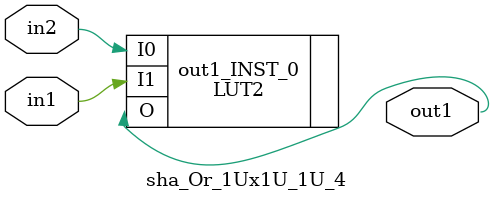
<source format=v>
`timescale 1 ps / 1 ps

(* STRUCTURAL_NETLIST = "yes" *)
module sha_Or_1Ux1U_1U_4
   (in2,
    in1,
    out1);
  input in2;
  input in1;
  output out1;

  wire in1;
  wire in2;
  wire out1;

  LUT2 #(
    .INIT(4'hE)) 
    out1_INST_0
       (.I0(in2),
        .I1(in1),
        .O(out1));
endmodule


</source>
